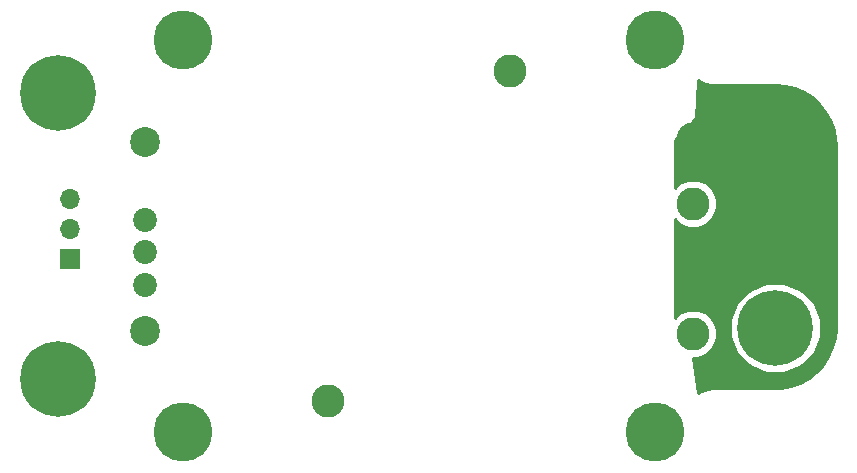
<source format=gbr>
G04 #@! TF.GenerationSoftware,KiCad,Pcbnew,(5.0.2)-1*
G04 #@! TF.CreationDate,2019-04-19T20:55:02-04:00*
G04 #@! TF.ProjectId,vicor-socket,7669636f-722d-4736-9f63-6b65742e6b69,rev?*
G04 #@! TF.SameCoordinates,Original*
G04 #@! TF.FileFunction,Copper,L2,Bot*
G04 #@! TF.FilePolarity,Positive*
%FSLAX46Y46*%
G04 Gerber Fmt 4.6, Leading zero omitted, Abs format (unit mm)*
G04 Created by KiCad (PCBNEW (5.0.2)-1) date 4/19/2019 8:55:02 PM*
%MOMM*%
%LPD*%
G01*
G04 APERTURE LIST*
G04 #@! TA.AperFunction,ComponentPad*
%ADD10R,1.700000X1.700000*%
G04 #@! TD*
G04 #@! TA.AperFunction,ComponentPad*
%ADD11O,1.700000X1.700000*%
G04 #@! TD*
G04 #@! TA.AperFunction,ComponentPad*
%ADD12C,6.400000*%
G04 #@! TD*
G04 #@! TA.AperFunction,ComponentPad*
%ADD13C,0.800000*%
G04 #@! TD*
G04 #@! TA.AperFunction,ComponentPad*
%ADD14C,2.530000*%
G04 #@! TD*
G04 #@! TA.AperFunction,ComponentPad*
%ADD15C,2.020000*%
G04 #@! TD*
G04 #@! TA.AperFunction,ComponentPad*
%ADD16C,2.790000*%
G04 #@! TD*
G04 #@! TA.AperFunction,ComponentPad*
%ADD17C,4.990000*%
G04 #@! TD*
G04 #@! TA.AperFunction,Conductor*
%ADD18C,0.254000*%
G04 #@! TD*
G04 APERTURE END LIST*
D10*
G04 #@! TO.P,J1,1*
G04 #@! TO.N,Net-(J1-Pad1)*
X1016000Y-14097000D03*
D11*
G04 #@! TO.P,J1,2*
G04 #@! TO.N,Net-(J1-Pad2)*
X1016000Y-11557000D03*
G04 #@! TO.P,J1,3*
G04 #@! TO.N,Net-(J1-Pad3)*
X1016000Y-9017000D03*
G04 #@! TD*
D12*
G04 #@! TO.P,J2,1*
G04 #@! TO.N,Net-(J2-Pad1)*
X0Y0D03*
D13*
X2400000Y0D03*
X1697056Y-1697056D03*
X0Y-2400000D03*
X-1697056Y-1697056D03*
X-2400000Y0D03*
X-1697056Y1697056D03*
X0Y2400000D03*
X1697056Y1697056D03*
G04 #@! TD*
G04 #@! TO.P,J3,1*
G04 #@! TO.N,Net-(J3-Pad1)*
X1697056Y-22559944D03*
X0Y-21857000D03*
X-1697056Y-22559944D03*
X-2400000Y-24257000D03*
X-1697056Y-25954056D03*
X0Y-26657000D03*
X1697056Y-25954056D03*
X2400000Y-24257000D03*
D12*
X0Y-24257000D03*
G04 #@! TD*
G04 #@! TO.P,J4,1*
G04 #@! TO.N,Net-(J4-Pad1)*
X60706000Y-4445000D03*
D13*
X63106000Y-4445000D03*
X62403056Y-6142056D03*
X60706000Y-6845000D03*
X59008944Y-6142056D03*
X58306000Y-4445000D03*
X59008944Y-2747944D03*
X60706000Y-2045000D03*
X62403056Y-2747944D03*
G04 #@! TD*
G04 #@! TO.P,J5,1*
G04 #@! TO.N,Net-(J5-Pad1)*
X62403056Y-18241944D03*
X60706000Y-17539000D03*
X59008944Y-18241944D03*
X58306000Y-19939000D03*
X59008944Y-21636056D03*
X60706000Y-22339000D03*
X62403056Y-21636056D03*
X63106000Y-19939000D03*
D12*
X60706000Y-19939000D03*
G04 #@! TD*
D14*
G04 #@! TO.P,U1,1*
G04 #@! TO.N,Net-(J2-Pad1)*
X7361000Y-4165001D03*
G04 #@! TO.P,U1,5*
G04 #@! TO.N,Net-(J3-Pad1)*
X7361000Y-20165001D03*
D15*
G04 #@! TO.P,U1,2*
G04 #@! TO.N,Net-(J1-Pad3)*
X7361000Y-10785001D03*
G04 #@! TO.P,U1,3*
G04 #@! TO.N,Net-(J1-Pad2)*
X7361000Y-13545001D03*
G04 #@! TO.P,U1,4*
G04 #@! TO.N,Net-(J1-Pad1)*
X7361000Y-16295001D03*
D16*
G04 #@! TO.P,U1,6*
G04 #@! TO.N,Net-(J5-Pad1)*
X53741000Y-20415001D03*
G04 #@! TO.P,U1,7*
G04 #@! TO.N,Net-(J4-Pad1)*
X53741000Y-14915001D03*
G04 #@! TO.P,U1,8*
G04 #@! TO.N,Net-(J5-Pad1)*
X53741000Y-9415001D03*
G04 #@! TO.P,U1,9*
G04 #@! TO.N,Net-(J4-Pad1)*
X53741000Y-3915001D03*
G04 #@! TO.P,U1,*
G04 #@! TO.N,*
X38261000Y1804999D03*
X22841000Y-26135001D03*
D17*
X50551000Y4434999D03*
X50551000Y-28765001D03*
X10551000Y4434999D03*
X10551000Y-28765001D03*
G04 #@! TD*
D18*
G04 #@! TO.N,Net-(J4-Pad1)*
G36*
X54570132Y837062D02*
X54570133Y837061D01*
X54570134Y837061D01*
X54810003Y749756D01*
X55236506Y674553D01*
X55299612Y662000D01*
X60675832Y662000D01*
X61539698Y590979D01*
X62351014Y387190D01*
X63118144Y53632D01*
X63820498Y-400741D01*
X64439210Y-963727D01*
X64957663Y-1620202D01*
X65361934Y-2352537D01*
X65641169Y-3141073D01*
X65790128Y-3977322D01*
X65813000Y-4462320D01*
X65813001Y-19908819D01*
X65741977Y-20772701D01*
X65538190Y-21584014D01*
X65204633Y-22351142D01*
X64750259Y-23053498D01*
X64187276Y-23672207D01*
X63530800Y-24190662D01*
X62798463Y-24594934D01*
X62009927Y-24874169D01*
X61173678Y-25023128D01*
X60688680Y-25046000D01*
X55299612Y-25046000D01*
X55267970Y-25052294D01*
X55087408Y-25068091D01*
X54994654Y-25092944D01*
X54900082Y-25109620D01*
X54485615Y-25260474D01*
X54264551Y-25388106D01*
X54183837Y-25455833D01*
X53753719Y-22445001D01*
X54144792Y-22445001D01*
X54890903Y-22135952D01*
X55461951Y-21564904D01*
X55771000Y-20818793D01*
X55771000Y-20011209D01*
X55461951Y-19265098D01*
X55373024Y-19176171D01*
X56871000Y-19176171D01*
X56871000Y-20701829D01*
X57454844Y-22111353D01*
X58533647Y-23190156D01*
X59943171Y-23774000D01*
X61468829Y-23774000D01*
X62878353Y-23190156D01*
X63957156Y-22111353D01*
X64541000Y-20701829D01*
X64541000Y-19176171D01*
X63957156Y-17766647D01*
X62878353Y-16687844D01*
X61468829Y-16104000D01*
X59943171Y-16104000D01*
X58533647Y-16687844D01*
X57454844Y-17766647D01*
X56871000Y-19176171D01*
X55373024Y-19176171D01*
X54890903Y-18694050D01*
X54144792Y-18385001D01*
X53337208Y-18385001D01*
X52591097Y-18694050D01*
X52197000Y-19088147D01*
X52197000Y-10741855D01*
X52591097Y-11135952D01*
X53337208Y-11445001D01*
X54144792Y-11445001D01*
X54890903Y-11135952D01*
X55461951Y-10564904D01*
X55771000Y-9818793D01*
X55771000Y-9011209D01*
X55461951Y-8265098D01*
X54890903Y-7694050D01*
X54144792Y-7385001D01*
X53337208Y-7385001D01*
X52591097Y-7694050D01*
X52197000Y-8088147D01*
X52197000Y-3989606D01*
X53937803Y-2248803D01*
X53965333Y-2207601D01*
X53974677Y-2168048D01*
X54204410Y1048213D01*
X54570132Y837062D01*
X54570132Y837062D01*
G37*
X54570132Y837062D02*
X54570133Y837061D01*
X54570134Y837061D01*
X54810003Y749756D01*
X55236506Y674553D01*
X55299612Y662000D01*
X60675832Y662000D01*
X61539698Y590979D01*
X62351014Y387190D01*
X63118144Y53632D01*
X63820498Y-400741D01*
X64439210Y-963727D01*
X64957663Y-1620202D01*
X65361934Y-2352537D01*
X65641169Y-3141073D01*
X65790128Y-3977322D01*
X65813000Y-4462320D01*
X65813001Y-19908819D01*
X65741977Y-20772701D01*
X65538190Y-21584014D01*
X65204633Y-22351142D01*
X64750259Y-23053498D01*
X64187276Y-23672207D01*
X63530800Y-24190662D01*
X62798463Y-24594934D01*
X62009927Y-24874169D01*
X61173678Y-25023128D01*
X60688680Y-25046000D01*
X55299612Y-25046000D01*
X55267970Y-25052294D01*
X55087408Y-25068091D01*
X54994654Y-25092944D01*
X54900082Y-25109620D01*
X54485615Y-25260474D01*
X54264551Y-25388106D01*
X54183837Y-25455833D01*
X53753719Y-22445001D01*
X54144792Y-22445001D01*
X54890903Y-22135952D01*
X55461951Y-21564904D01*
X55771000Y-20818793D01*
X55771000Y-20011209D01*
X55461951Y-19265098D01*
X55373024Y-19176171D01*
X56871000Y-19176171D01*
X56871000Y-20701829D01*
X57454844Y-22111353D01*
X58533647Y-23190156D01*
X59943171Y-23774000D01*
X61468829Y-23774000D01*
X62878353Y-23190156D01*
X63957156Y-22111353D01*
X64541000Y-20701829D01*
X64541000Y-19176171D01*
X63957156Y-17766647D01*
X62878353Y-16687844D01*
X61468829Y-16104000D01*
X59943171Y-16104000D01*
X58533647Y-16687844D01*
X57454844Y-17766647D01*
X56871000Y-19176171D01*
X55373024Y-19176171D01*
X54890903Y-18694050D01*
X54144792Y-18385001D01*
X53337208Y-18385001D01*
X52591097Y-18694050D01*
X52197000Y-19088147D01*
X52197000Y-10741855D01*
X52591097Y-11135952D01*
X53337208Y-11445001D01*
X54144792Y-11445001D01*
X54890903Y-11135952D01*
X55461951Y-10564904D01*
X55771000Y-9818793D01*
X55771000Y-9011209D01*
X55461951Y-8265098D01*
X54890903Y-7694050D01*
X54144792Y-7385001D01*
X53337208Y-7385001D01*
X52591097Y-7694050D01*
X52197000Y-8088147D01*
X52197000Y-3989606D01*
X53937803Y-2248803D01*
X53965333Y-2207601D01*
X53974677Y-2168048D01*
X54204410Y1048213D01*
X54570132Y837062D01*
G04 #@! TD*
M02*

</source>
